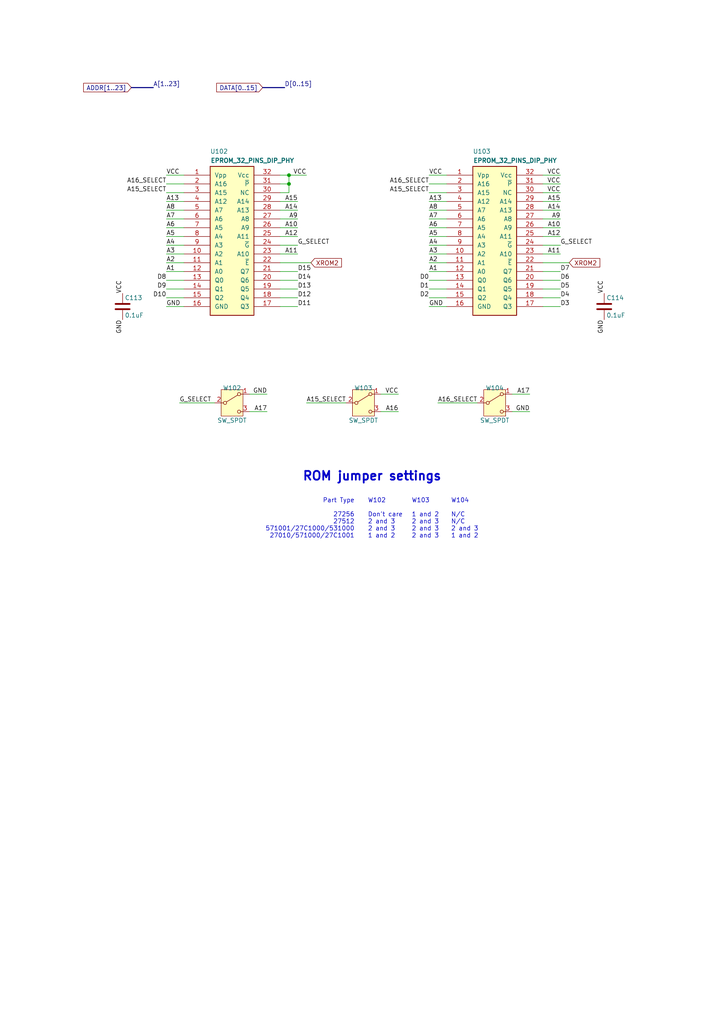
<source format=kicad_sch>
(kicad_sch (version 20230121) (generator eeschema)
  (paper "A4" portrait)
  (title_block (title "Converted schematics of Atari STE") (date "2021-08-31") (rev "1.0.0") (comment 1 "Reference : C300780-001"))
  (lib_symbols
    (symbol "Device:C" (pin_numbers hide) (pin_names (offset 0.254))
      (property "Reference" "C" (at 0.635 2.54 0))
      (property "Value" "C" (at 0.635 -2.54 0))
      (symbol "C_0_1"
        (polyline (pts (xy -2.032 -0.762) (xy 2.032 -0.762)) (stroke (width 0.508)))
        (polyline (pts (xy -2.032 0.762) (xy 2.032 0.762)) (stroke (width 0.508)))
      )
      (symbol "C_1_1"
        (pin passive line (at 0 3.81 270) (length 2.794) (name "~") (number "1"))
        (pin passive line (at 0 -3.81 90) (length 2.794) (name "~") (number "2"))
      )
    )
    (symbol "Switch:SW_SPDT" (pin_names (offset 0) hide)
      (property "Reference" "SW" (at 0 5.08 0))
      (property "Value" "SW_SPDT" (at 0 -5.08 0))
      (symbol "SW_SPDT_0_1"
        (circle (center -2.032 0) (radius 0.4572))
        (polyline (pts (xy -1.651 0.254) (xy 1.651 2.286)))
        (circle (center 2.032 -2.54) (radius 0.4572))
        (circle (center 2.032 2.54) (radius 0.4572))
      )
      (symbol "SW_SPDT_1_1"
        (rectangle (start -3.175 3.81) (end 3.175 -3.81) (fill (type background)))
        (pin passive line (at 5.08 2.54 180) (length 2.54) (name "A") (number "1"))
        (pin passive line (at -5.08 0 0) (length 2.54) (name "B") (number "2"))
        (pin passive line (at 5.08 -2.54 180) (length 2.54) (name "C") (number "3"))
      )
    )
    (symbol "eprom:EPROM_32_PINS_DIP_PHY" (pin_names (offset 1.27))
      (property "Reference" "U" (at -6.35 26.67 0))
      (property "Value" "EPROM_32_PINS_DIP_PHY" (at -6.35 24.13 0))
      (symbol "EPROM_32_PINS_DIP_PHY_0_0"
        (rectangle (start -6.35 21.59) (end 6.35 -21.59) (stroke (width 0.254)) (fill (type background)))
        (pin power_in line (at -13.97 19.05 0) (length 7.62) (name "Vpp") (number "1"))
        (pin input line (at -13.97 -3.81 0) (length 7.62) (name "A2") (number "10"))
        (pin input line (at -13.97 -6.35 0) (length 7.62) (name "A1") (number "11"))
        (pin input line (at -13.97 -8.89 0) (length 7.62) (name "A0") (number "12"))
        (pin tri_state line (at -13.97 -11.43 0) (length 7.62) (name "Q0") (number "13"))
        (pin tri_state line (at -13.97 -13.97 0) (length 7.62) (name "Q1") (number "14"))
        (pin tri_state line (at -13.97 -16.51 0) (length 7.62) (name "Q2") (number "15"))
        (pin power_in line (at -13.97 -19.05 0) (length 7.62) (name "GND") (number "16"))
        (pin tri_state line (at 13.97 -19.05 180) (length 7.62) (name "Q3") (number "17"))
        (pin tri_state line (at 13.97 -16.51 180) (length 7.62) (name "Q4") (number "18"))
        (pin tri_state line (at 13.97 -13.97 180) (length 7.62) (name "Q5") (number "19"))
        (pin input line (at -13.97 16.51 0) (length 7.62) (name "A16") (number "2"))
        (pin tri_state line (at 13.97 -11.43 180) (length 7.62) (name "Q6") (number "20"))
        (pin tri_state line (at 13.97 -8.89 180) (length 7.62) (name "Q7") (number "21"))
        (pin bidirectional line (at 13.97 -6.35 180) (length 7.62) (name "~{E}") (number "22"))
        (pin input line (at 13.97 -3.81 180) (length 7.62) (name "A10") (number "23"))
        (pin input line (at 13.97 -1.27 180) (length 7.62) (name "~{G}") (number "24"))
        (pin input line (at 13.97 1.27 180) (length 7.62) (name "A11") (number "25"))
        (pin input line (at 13.97 3.81 180) (length 7.62) (name "A9") (number "26"))
        (pin input line (at 13.97 6.35 180) (length 7.62) (name "A8") (number "27"))
        (pin input line (at 13.97 8.89 180) (length 7.62) (name "A13") (number "28"))
        (pin input line (at 13.97 11.43 180) (length 7.62) (name "A14") (number "29"))
        (pin input line (at -13.97 13.97 0) (length 7.62) (name "A15") (number "3"))
        (pin input line (at 13.97 13.97 180) (length 7.62) (name "NC") (number "30"))
        (pin input line (at 13.97 16.51 180) (length 7.62) (name "~{P}") (number "31"))
        (pin power_in line (at 13.97 19.05 180) (length 7.62) (name "Vcc") (number "32"))
        (pin input line (at -13.97 11.43 0) (length 7.62) (name "A12") (number "4"))
        (pin input line (at -13.97 8.89 0) (length 7.62) (name "A7") (number "5"))
        (pin input line (at -13.97 6.35 0) (length 7.62) (name "A6") (number "6"))
        (pin input line (at -13.97 3.81 0) (length 7.62) (name "A5") (number "7"))
        (pin input line (at -13.97 1.27 0) (length 7.62) (name "A4") (number "8"))
        (pin input line (at -13.97 -1.27 0) (length 7.62) (name "A3") (number "9"))
      )
    )
  )
  (junction (at 83.82 53.34))
  (junction (at 83.82 50.8))
  (wire (pts (xy 83.82 53.34) (xy 81.28 53.34)))
  (wire (pts (xy 157.48 53.34) (xy 162.56 53.34)))
  (wire (pts (xy 157.48 83.82) (xy 162.56 83.82)))
  (wire (pts (xy 124.46 83.82) (xy 129.54 83.82)))
  (wire (pts (xy 48.26 83.82) (xy 53.34 83.82)))
  (wire (pts (xy 157.48 58.42) (xy 162.56 58.42)))
  (wire (pts (xy 124.46 76.2) (xy 129.54 76.2)))
  (wire (pts (xy 72.39 119.38) (xy 77.47 119.38)))
  (wire (pts (xy 48.26 76.2) (xy 53.34 76.2)))
  (wire (pts (xy 48.26 53.34) (xy 53.34 53.34)))
  (wire (pts (xy 88.9 116.84) (xy 100.33 116.84)))
  (wire (pts (xy 48.26 68.58) (xy 53.34 68.58)))
  (wire (pts (xy 124.46 68.58) (xy 129.54 68.58)))
  (wire (pts (xy 157.48 71.12) (xy 162.56 71.12)))
  (wire (pts (xy 110.49 119.38) (xy 115.57 119.38)))
  (wire (pts (xy 52.07 116.84) (xy 62.23 116.84)))
  (wire (pts (xy 124.46 60.96) (xy 129.54 60.96)))
  (wire (pts (xy 127 116.84) (xy 138.43 116.84)))
  (wire (pts (xy 81.28 50.8) (xy 83.82 50.8)))
  (wire (pts (xy 157.48 55.88) (xy 162.56 55.88)))
  (wire (pts (xy 148.59 114.3) (xy 153.67 114.3)))
  (wire (pts (xy 157.48 76.2) (xy 165.1 76.2)))
  (wire (pts (xy 83.82 53.34) (xy 83.82 50.8)))
  (wire (pts (xy 81.28 83.82) (xy 86.36 83.82)))
  (wire (pts (xy 48.26 78.74) (xy 53.34 78.74)))
  (wire (pts (xy 48.26 60.96) (xy 53.34 60.96)))
  (wire (pts (xy 81.28 58.42) (xy 86.36 58.42)))
  (wire (pts (xy 124.46 78.74) (xy 129.54 78.74)))
  (wire (pts (xy 157.48 60.96) (xy 162.56 60.96)))
  (wire (pts (xy 81.28 60.96) (xy 86.36 60.96)))
  (wire (pts (xy 124.46 66.04) (xy 129.54 66.04)))
  (wire (pts (xy 110.49 114.3) (xy 115.57 114.3)))
  (wire (pts (xy 48.26 73.66) (xy 53.34 73.66)))
  (wire (pts (xy 81.28 86.36) (xy 86.36 86.36)))
  (wire (pts (xy 81.28 71.12) (xy 86.36 71.12)))
  (wire (pts (xy 124.46 81.28) (xy 129.54 81.28)))
  (wire (pts (xy 124.46 55.88) (xy 129.54 55.88)))
  (wire (pts (xy 48.26 88.9) (xy 53.34 88.9)))
  (wire (pts (xy 124.46 88.9) (xy 129.54 88.9)))
  (wire (pts (xy 81.28 55.88) (xy 83.82 55.88)))
  (wire (pts (xy 124.46 86.36) (xy 129.54 86.36)))
  (wire (pts (xy 83.82 55.88) (xy 83.82 53.34)))
  (wire (pts (xy 157.48 68.58) (xy 162.56 68.58)))
  (wire (pts (xy 83.82 50.8) (xy 88.9 50.8)))
  (wire (pts (xy 157.48 73.66) (xy 162.56 73.66)))
  (wire (pts (xy 48.26 66.04) (xy 53.34 66.04)))
  (wire (pts (xy 48.26 50.8) (xy 53.34 50.8)))
  (wire (pts (xy 157.48 66.04) (xy 162.56 66.04)))
  (wire (pts (xy 124.46 53.34) (xy 129.54 53.34)))
  (wire (pts (xy 48.26 86.36) (xy 53.34 86.36)))
  (wire (pts (xy 157.48 86.36) (xy 162.56 86.36)))
  (wire (pts (xy 124.46 71.12) (xy 129.54 71.12)))
  (wire (pts (xy 157.48 88.9) (xy 162.56 88.9)))
  (wire (pts (xy 48.26 58.42) (xy 53.34 58.42)))
  (wire (pts (xy 81.28 76.2) (xy 90.17 76.2)))
  (wire (pts (xy 124.46 50.8) (xy 129.54 50.8)))
  (wire (pts (xy 81.28 63.5) (xy 86.36 63.5)))
  (wire (pts (xy 72.39 114.3) (xy 77.47 114.3)))
  (wire (pts (xy 48.26 63.5) (xy 53.34 63.5)))
  (wire (pts (xy 81.28 81.28) (xy 86.36 81.28)))
  (wire (pts (xy 48.26 81.28) (xy 53.34 81.28)))
  (wire (pts (xy 148.59 119.38) (xy 153.67 119.38)))
  (wire (pts (xy 157.48 78.74) (xy 162.56 78.74)))
  (bus (pts (xy 76.2 25.4) (xy 82.55 25.4)))
  (wire (pts (xy 81.28 68.58) (xy 86.36 68.58)))
  (wire (pts (xy 81.28 73.66) (xy 86.36 73.66)))
  (wire (pts (xy 124.46 73.66) (xy 129.54 73.66)))
  (wire (pts (xy 124.46 63.5) (xy 129.54 63.5)))
  (wire (pts (xy 157.48 50.8) (xy 162.56 50.8)))
  (wire (pts (xy 81.28 66.04) (xy 86.36 66.04)))
  (wire (pts (xy 157.48 81.28) (xy 162.56 81.28)))
  (wire (pts (xy 124.46 58.42) (xy 129.54 58.42)))
  (wire (pts (xy 81.28 88.9) (xy 86.36 88.9)))
  (wire (pts (xy 157.48 63.5) (xy 162.56 63.5)))
  (bus (pts (xy 38.1 25.4) (xy 44.45 25.4)))
  (wire (pts (xy 81.28 78.74) (xy 86.36 78.74)))
  (wire (pts (xy 48.26 71.12) (xy 53.34 71.12)))
  (wire (pts (xy 48.26 55.88) (xy 53.34 55.88)))
  (text "W102\n\nDon't care\n2 and 3\n2 and 3\n1 and 2" (at 106.68 156.21 0) (effects (font (size 1.27 1.27)) (justify left bottom)))
  (text "Part Type\n\n27256\n27512\n571001/27C1000/531000\n27010/571000/27C1001" (at 102.87 156.21 0) (effects (font (size 1.27 1.27)) (justify right bottom)))
  (text "W104\n\nN/C\nN/C\n2 and 3\n1 and 2" (at 130.81 156.21 0) (effects (font (size 1.27 1.27)) (justify left bottom)))
  (text "W103\n\n1 and 2\n2 and 3\n2 and 3\n2 and 3" (at 119.38 156.21 0) (effects (font (size 1.27 1.27)) (justify left bottom)))
  (text "ROM jumper settings" (at 87.63 139.7 0) (effects (font (size 2.54 2.54) (thickness 0.508) bold) (justify left bottom)))
  (label "D7" (at 162.56 78.74 0))
  (label "A9" (at 86.36 63.5 180))
  (label "VCC" (at 48.26 50.8 0))
  (label "A8" (at 48.26 60.96 0))
  (label "GND" (at 77.47 114.3 180))
  (label "VCC" (at 35.56 85.09 90))
  (label "D4" (at 162.56 86.36 0))
  (label "A5" (at 48.26 68.58 0))
  (label "A15" (at 86.36 58.42 180))
  (label "D11" (at 86.36 88.9 0))
  (label "A4" (at 124.46 71.12 0))
  (label "A6" (at 48.26 66.04 0))
  (label "A8" (at 124.46 60.96 0))
  (label "A11" (at 86.36 73.66 180))
  (label "GND" (at 35.56 92.71 270))
  (label "A12" (at 86.36 68.58 180))
  (label "GND" (at 153.67 119.38 180))
  (label "VCC" (at 162.56 55.88 180))
  (label "A2" (at 48.26 76.2 0))
  (label "A15" (at 162.56 58.42 180))
  (label "A3" (at 124.46 73.66 0))
  (label "VCC" (at 162.56 50.8 180))
  (label "A11" (at 162.56 73.66 180))
  (label "D[0..15]" (at 82.55 25.4 0))
  (label "A1" (at 48.26 78.74 0))
  (label "D1" (at 124.46 83.82 180))
  (label "D9" (at 48.26 83.82 180))
  (label "VCC" (at 115.57 114.3 180))
  (label "A10" (at 86.36 66.04 180))
  (label "G_SELECT" (at 52.07 116.84 0))
  (label "A13" (at 48.26 58.42 0))
  (label "A5" (at 124.46 68.58 0))
  (label "A7" (at 124.46 63.5 0))
  (label "A16_SELECT" (at 48.26 53.34 180))
  (label "D10" (at 48.26 86.36 180))
  (label "VCC" (at 175.26 85.09 90))
  (label "D0" (at 124.46 81.28 180))
  (label "A16_SELECT" (at 127 116.84 0))
  (label "D8" (at 48.26 81.28 180))
  (label "A1" (at 124.46 78.74 0))
  (label "VCC" (at 162.56 53.34 180))
  (label "A2" (at 124.46 76.2 0))
  (label "GND" (at 175.26 92.71 270))
  (label "D15" (at 86.36 78.74 0))
  (label "VCC" (at 124.46 50.8 0))
  (label "D5" (at 162.56 83.82 0))
  (label "A12" (at 162.56 68.58 180))
  (label "A3" (at 48.26 73.66 0))
  (label "A10" (at 162.56 66.04 180))
  (label "D6" (at 162.56 81.28 0))
  (label "D3" (at 162.56 88.9 0))
  (label "A9" (at 162.56 63.5 180))
  (label "A15_SELECT" (at 124.46 55.88 180))
  (label "D13" (at 86.36 83.82 0))
  (label "A14" (at 162.56 60.96 180))
  (label "A16" (at 115.57 119.38 180))
  (label "A15_SELECT" (at 48.26 55.88 180))
  (label "A16_SELECT" (at 124.46 53.34 180))
  (label "A17" (at 153.67 114.3 180))
  (label "A7" (at 48.26 63.5 0))
  (label "A15_SELECT" (at 88.9 116.84 0))
  (label "VCC" (at 88.9 50.8 180))
  (label "A[1..23]" (at 44.45 25.4 0))
  (label "GND" (at 48.26 88.9 0))
  (label "D12" (at 86.36 86.36 0))
  (label "A13" (at 124.46 58.42 0))
  (label "G_SELECT" (at 162.56 71.12 0))
  (label "A4" (at 48.26 71.12 0))
  (label "A17" (at 77.47 119.38 180))
  (label "D2" (at 124.46 86.36 180))
  (label "A14" (at 86.36 60.96 180))
  (label "A6" (at 124.46 66.04 0))
  (label "G_SELECT" (at 86.36 71.12 0))
  (label "GND" (at 124.46 88.9 0))
  (label "D14" (at 86.36 81.28 0))
  (global_label "XROM2" (shape input) (at 90.17 76.2 0) (property "Intersheetrefs" "${INTERSHEET_REFS}" (effects hide)))
  (global_label "XROM2" (shape input) (at 165.1 76.2 0) (property "Intersheetrefs" "${INTERSHEET_REFS}" (effects hide)))
  (global_label "DATA[0..15]" (shape input) (at 76.2 25.4 180) (property "Intersheetrefs" "${INTERSHEET_REFS}" (effects hide)))
  (global_label "ADDR[1..23]" (shape input) (at 38.1 25.4 180) (property "Intersheetrefs" "${INTERSHEET_REFS}" (effects hide)))
  (symbol (lib_id "eprom:EPROM_32_PINS_DIP_PHY") (at 67.31 69.85 0) (unit 1)
    (property "Reference" "U102" (at 60.96 43.18 0) (effects (justify left top)))
    (property "Value" "EPROM_32_PINS_DIP_PHY" (at 60.96 45.72 0) (effects (font bold) (justify left top)))
    (property "Footprint" "Package_DIP:DIP-32_W15.24mm_LongPads" (effects hide))
    (property "Datasheet" "https://pdf1.alldatasheet.fr/datasheet-pdf/view/23475/STMICROELECTRONICS/27C1001/+Q34J7UORlHDyRHOIpa/1XXyxeohLyHHpK+/datasheet.pdf" (effects hide))
  )
  (symbol (lib_id "eprom:EPROM_32_PINS_DIP_PHY") (at 143.51 69.85 0) (unit 1)
    (property "Reference" "U103" (at 137.16 43.18 0) (effects (justify left top)))
    (property "Value" "EPROM_32_PINS_DIP_PHY" (at 137.16 45.72 0) (effects (font bold) (justify left top)))
    (property "Footprint" "Package_DIP:DIP-32_W15.24mm_LongPads" (effects hide))
    (property "Datasheet" "https://pdf1.alldatasheet.fr/datasheet-pdf/view/23475/STMICROELECTRONICS/27C1001/+Q34J7UORlHDyRHOIpa/1XXyxeohLyHHpK+/datasheet.pdf" (effects hide))
  )
  (symbol (lib_id "Device:C") (at 35.56 88.9 0) (unit 1)
    (property "Reference" "C113" (at 36.195 86.36 0) (effects (justify left)))
    (property "Value" "0.1uF" (at 36.195 91.44 0) (effects (justify left)))
    (property "Footprint" "commons_passives_THT:Passive_THT_capacitor_mlcc_W2.54mm_L7.62mm" (effects hide))
  )
  (symbol (lib_id "Device:C") (at 175.26 88.9 0) (unit 1)
    (property "Reference" "C114" (at 175.895 86.36 0) (effects (justify left)))
    (property "Value" "0.1uF" (at 175.895 91.44 0) (effects (justify left)))
    (property "Footprint" "commons_passives_THT:Passive_THT_capacitor_mlcc_W2.54mm_L7.62mm" (effects hide))
  )
  (symbol (lib_id "Switch:SW_SPDT") (at 67.31 116.84 0) (unit 1)
    (property "Reference" "W102" (at 67.31 112.522 0))
    (property "Value" "SW_SPDT" (at 67.31 121.92 0))
    (property "Footprint" "Connector_PinHeader_2.54mm:PinHeader_1x03_P2.54mm_Vertical" (effects hide))
  )
  (symbol (lib_id "Switch:SW_SPDT") (at 105.41 116.84 0) (unit 1)
    (property "Reference" "W103" (at 105.41 112.522 0))
    (property "Value" "SW_SPDT" (at 105.41 121.92 0))
    (property "Footprint" "Connector_PinHeader_2.54mm:PinHeader_1x03_P2.54mm_Vertical" (effects hide))
  )
  (symbol (lib_id "Switch:SW_SPDT") (at 143.51 116.84 0) (unit 1)
    (property "Reference" "W104" (at 143.51 112.522 0))
    (property "Value" "SW_SPDT" (at 143.51 121.92 0))
    (property "Footprint" "Connector_PinHeader_2.54mm:PinHeader_1x03_P2.54mm_Vertical" (effects hide))
  )
)
</source>
